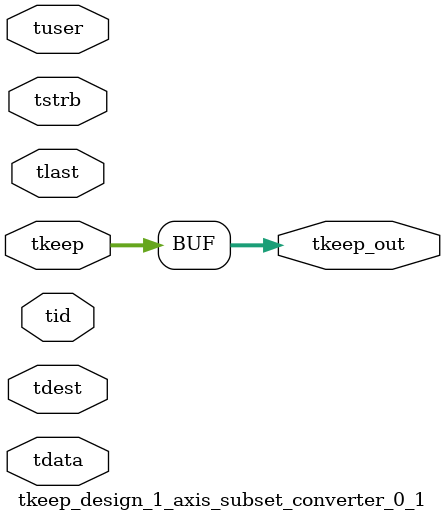
<source format=v>


`timescale 1ps/1ps

module tkeep_design_1_axis_subset_converter_0_1 #
(
parameter C_S_AXIS_TDATA_WIDTH = 32,
parameter C_S_AXIS_TUSER_WIDTH = 0,
parameter C_S_AXIS_TID_WIDTH   = 0,
parameter C_S_AXIS_TDEST_WIDTH = 0,
parameter C_M_AXIS_TDATA_WIDTH = 32
)
(
input  [(C_S_AXIS_TDATA_WIDTH == 0 ? 1 : C_S_AXIS_TDATA_WIDTH)-1:0     ] tdata,
input  [(C_S_AXIS_TUSER_WIDTH == 0 ? 1 : C_S_AXIS_TUSER_WIDTH)-1:0     ] tuser,
input  [(C_S_AXIS_TID_WIDTH   == 0 ? 1 : C_S_AXIS_TID_WIDTH)-1:0       ] tid,
input  [(C_S_AXIS_TDEST_WIDTH == 0 ? 1 : C_S_AXIS_TDEST_WIDTH)-1:0     ] tdest,
input  [(C_S_AXIS_TDATA_WIDTH/8)-1:0 ] tkeep,
input  [(C_S_AXIS_TDATA_WIDTH/8)-1:0 ] tstrb,
input                                                                    tlast,
output [(C_M_AXIS_TDATA_WIDTH/8)-1:0 ] tkeep_out
);

assign tkeep_out = {tkeep[3:0]};

endmodule


</source>
